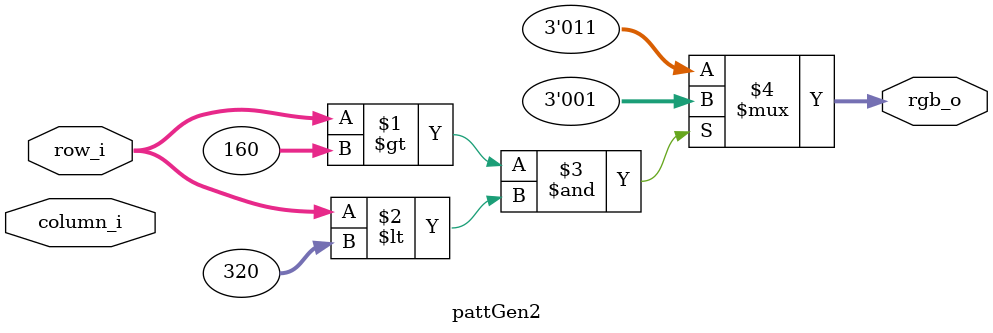
<source format=v>
module pattGen2 (
	//Lista de porturi
	output	[2:0] rgb_o,
	input	[8:0] row_i,
	input	[9:0] column_i
	
);
//Lista de parametrii
localparam RED   = 3'b100;
localparam GREEN = 3'b010;
localparam BLUE  = 3'b001;
localparam CYAN  =3'b011;

localparam x0 = 160;
localparam x1 = 320;


//Semnale interne
// N/A

//Cod
//always @(*)
//if ((column_i > x0) & (column_i < x1)) rgb_o = RED; else
//											rgb_o = GREEN;

assign rgb_o = ((row_i > x0) & (row_i < x1))? BLUE : CYAN;

endmodule
</source>
